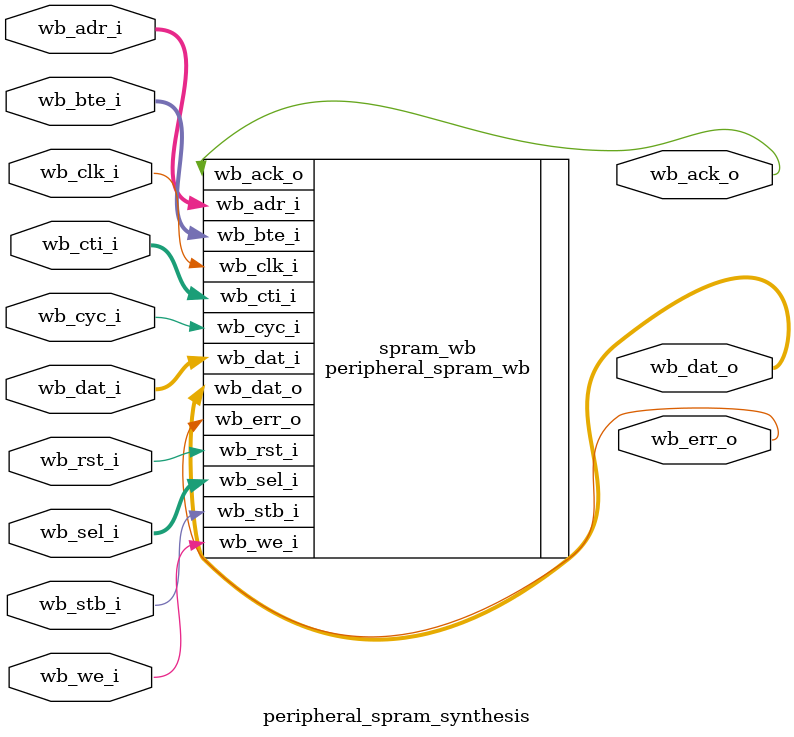
<source format=sv>

module peripheral_spram_synthesis #(
  // Memory Parameters
  parameter DEPTH   = 256,
  parameter MEMFILE = "",

  // WishBone Parameters
  parameter DW = 32,
  parameter AW = $clog2(DEPTH)
) (
  input wb_clk_i,
  input wb_rst_i,

  input [AW-1:0] wb_adr_i,
  input [DW-1:0] wb_dat_i,
  input [   3:0] wb_sel_i,
  input          wb_we_i,
  input [   1:0] wb_bte_i,
  input [   2:0] wb_cti_i,
  input          wb_cyc_i,
  input          wb_stb_i,

  output reg          wb_ack_o,
  output              wb_err_o,
  output     [DW-1:0] wb_dat_o
);

  //////////////////////////////////////////////////////////////////////////////
  // Body
  //////////////////////////////////////////////////////////////////////////////

  // DUT WB
  peripheral_spram_wb #(
    // Memory Parameters
    .DEPTH  (DEPTH),
    .MEMFILE(MEMFILE),

    // WishBone Parameters
    .AW(AW),
    .DW(DW)
  ) spram_wb (
    .wb_clk_i(wb_clk_i),
    .wb_rst_i(wb_rst_i),

    .wb_adr_i(wb_adr_i),
    .wb_dat_i(wb_dat_i),
    .wb_sel_i(wb_sel_i),
    .wb_we_i (wb_we_i),
    .wb_bte_i(wb_bte_i),
    .wb_cti_i(wb_cti_i),
    .wb_cyc_i(wb_cyc_i),
    .wb_stb_i(wb_stb_i),
    .wb_ack_o(wb_ack_o),
    .wb_err_o(wb_err_o),
    .wb_dat_o(wb_dat_o)
  );
endmodule

</source>
